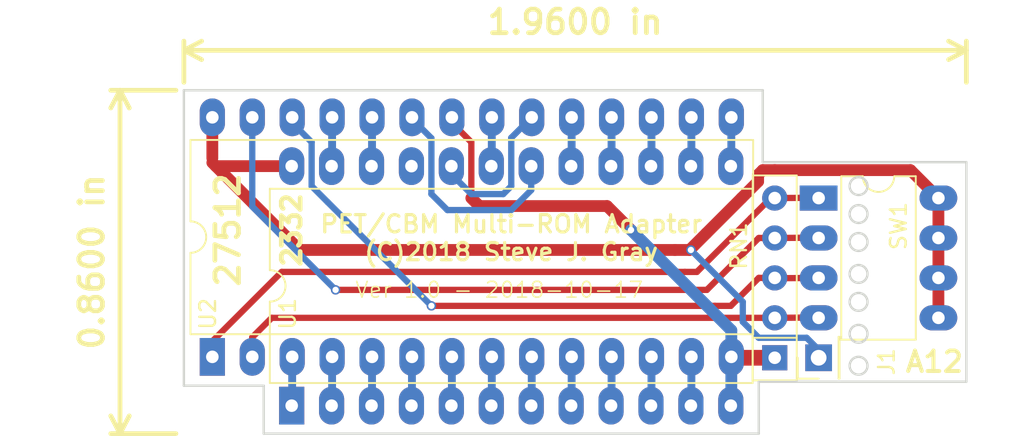
<source format=kicad_pcb>
(kicad_pcb (version 20171130) (host pcbnew "(5.0.0)")

  (general
    (thickness 1.6)
    (drawings 24)
    (tracks 126)
    (zones 0)
    (modules 5)
    (nets 28)
  )

  (page A4)
  (layers
    (0 F.Cu signal)
    (31 B.Cu signal)
    (32 B.Adhes user)
    (33 F.Adhes user)
    (34 B.Paste user)
    (35 F.Paste user)
    (36 B.SilkS user)
    (37 F.SilkS user)
    (38 B.Mask user)
    (39 F.Mask user)
    (40 Dwgs.User user)
    (41 Cmts.User user)
    (42 Eco1.User user)
    (43 Eco2.User user)
    (44 Edge.Cuts user)
    (45 Margin user)
    (46 B.CrtYd user)
    (47 F.CrtYd user)
    (48 B.Fab user)
    (49 F.Fab user)
  )

  (setup
    (last_trace_width 0.75)
    (user_trace_width 0.3)
    (user_trace_width 0.4)
    (user_trace_width 0.5)
    (user_trace_width 0.75)
    (user_trace_width 1)
    (trace_clearance 0.2)
    (zone_clearance 0.508)
    (zone_45_only no)
    (trace_min 0.2)
    (segment_width 0.2)
    (edge_width 0.15)
    (via_size 0.6)
    (via_drill 0.4)
    (via_min_size 0.4)
    (via_min_drill 0.3)
    (uvia_size 0.3)
    (uvia_drill 0.1)
    (uvias_allowed no)
    (uvia_min_size 0.2)
    (uvia_min_drill 0.1)
    (pcb_text_width 0.3)
    (pcb_text_size 1.5 1.5)
    (mod_edge_width 0.15)
    (mod_text_size 1 1)
    (mod_text_width 0.15)
    (pad_size 1.524 1.524)
    (pad_drill 0.762)
    (pad_to_mask_clearance 0.2)
    (aux_axis_origin 0 0)
    (visible_elements 7FFDFFBF)
    (pcbplotparams
      (layerselection 0x010e0_ffffffff)
      (usegerberextensions false)
      (usegerberattributes false)
      (usegerberadvancedattributes false)
      (creategerberjobfile false)
      (excludeedgelayer true)
      (linewidth 0.100000)
      (plotframeref false)
      (viasonmask false)
      (mode 1)
      (useauxorigin false)
      (hpglpennumber 1)
      (hpglpenspeed 20)
      (hpglpendiameter 15.000000)
      (psnegative false)
      (psa4output false)
      (plotreference true)
      (plotvalue true)
      (plotinvisibletext false)
      (padsonsilk false)
      (subtractmaskfromsilk false)
      (outputformat 1)
      (mirror false)
      (drillshape 0)
      (scaleselection 1)
      (outputdirectory "Gerbers/"))
  )

  (net 0 "")
  (net 1 ~CS)
  (net 2 5V)
  (net 3 A13)
  (net 4 A12)
  (net 5 A15)
  (net 6 A14)
  (net 7 GND)
  (net 8 A7)
  (net 9 D3)
  (net 10 A6)
  (net 11 D4)
  (net 12 A5)
  (net 13 D5)
  (net 14 A4)
  (net 15 D6)
  (net 16 A3)
  (net 17 D7)
  (net 18 A2)
  (net 19 A11)
  (net 20 A1)
  (net 21 A10)
  (net 22 A0)
  (net 23 D0)
  (net 24 D1)
  (net 25 A9)
  (net 26 D2)
  (net 27 A8)

  (net_class Default "This is the default net class."
    (clearance 0.2)
    (trace_width 0.25)
    (via_dia 0.6)
    (via_drill 0.4)
    (uvia_dia 0.3)
    (uvia_drill 0.1)
    (add_net 5V)
    (add_net A0)
    (add_net A1)
    (add_net A10)
    (add_net A11)
    (add_net A12)
    (add_net A13)
    (add_net A14)
    (add_net A15)
    (add_net A2)
    (add_net A3)
    (add_net A4)
    (add_net A5)
    (add_net A6)
    (add_net A7)
    (add_net A8)
    (add_net A9)
    (add_net D0)
    (add_net D1)
    (add_net D2)
    (add_net D3)
    (add_net D4)
    (add_net D5)
    (add_net D6)
    (add_net D7)
    (add_net GND)
    (add_net ~CS)
  )

  (module Housings_DIP:DIP-8_W7.62mm_LongPads (layer F.Cu) (tedit 5BC74C13) (tstamp 594BF925)
    (at 153.162 85.09)
    (descr "8-lead dip package, row spacing 7.62 mm (300 mils), LongPads")
    (tags "DIL DIP PDIP 2.54mm 7.62mm 300mil LongPads")
    (path /594BDA68)
    (fp_text reference SW1 (at 5.08 1.778 270) (layer F.SilkS)
      (effects (font (size 1 1) (thickness 0.15)))
    )
    (fp_text value SW_DIP_4 (at 3.81 10.01) (layer F.Fab)
      (effects (font (size 1 1) (thickness 0.15)))
    )
    (fp_text user %R (at 11.43 7.62) (layer F.Fab)
      (effects (font (size 1 1) (thickness 0.15)))
    )
    (fp_line (start 1.635 -1.27) (end 6.985 -1.27) (layer F.Fab) (width 0.1))
    (fp_line (start 6.985 -1.27) (end 6.985 8.89) (layer F.Fab) (width 0.1))
    (fp_line (start 6.985 8.89) (end 0.635 8.89) (layer F.Fab) (width 0.1))
    (fp_line (start 0.635 8.89) (end 0.635 -0.27) (layer F.Fab) (width 0.1))
    (fp_line (start 0.635 -0.27) (end 1.635 -1.27) (layer F.Fab) (width 0.1))
    (fp_line (start 2.81 -1.39) (end 1.44 -1.39) (layer F.SilkS) (width 0.12))
    (fp_line (start 1.44 -1.39) (end 1.44 9.01) (layer F.SilkS) (width 0.12))
    (fp_line (start 1.44 9.01) (end 6.18 9.01) (layer F.SilkS) (width 0.12))
    (fp_line (start 6.18 9.01) (end 6.18 -1.39) (layer F.SilkS) (width 0.12))
    (fp_line (start 6.18 -1.39) (end 4.81 -1.39) (layer F.SilkS) (width 0.12))
    (fp_line (start -1.5 -1.6) (end -1.5 9.2) (layer F.CrtYd) (width 0.05))
    (fp_line (start -1.5 9.2) (end 9.1 9.2) (layer F.CrtYd) (width 0.05))
    (fp_line (start 9.1 9.2) (end 9.1 -1.6) (layer F.CrtYd) (width 0.05))
    (fp_line (start 9.1 -1.6) (end -1.5 -1.6) (layer F.CrtYd) (width 0.05))
    (fp_arc (start 3.81 -1.39) (end 2.81 -1.39) (angle -180) (layer F.SilkS) (width 0.12))
    (pad 1 thru_hole rect (at 0 0) (size 2.4 1.6) (drill 0.8) (layers *.Cu *.Mask)
      (net 5 A15))
    (pad 5 thru_hole oval (at 7.62 7.62) (size 2.4 1.6) (drill 0.8) (layers *.Cu *.Mask)
      (net 2 5V))
    (pad 2 thru_hole oval (at 0 2.54) (size 2.4 1.6) (drill 0.8) (layers *.Cu *.Mask)
      (net 6 A14))
    (pad 6 thru_hole oval (at 7.62 5.08) (size 2.4 1.6) (drill 0.8) (layers *.Cu *.Mask)
      (net 2 5V))
    (pad 3 thru_hole oval (at 0 5.08) (size 2.4 1.6) (drill 0.8) (layers *.Cu *.Mask)
      (net 3 A13))
    (pad 7 thru_hole oval (at 7.62 2.54) (size 2.4 1.6) (drill 0.8) (layers *.Cu *.Mask)
      (net 2 5V))
    (pad 4 thru_hole oval (at 0 7.62) (size 2.4 1.6) (drill 0.8) (layers *.Cu *.Mask)
      (net 4 A12))
    (pad 8 thru_hole oval (at 7.62 0) (size 2.4 1.6) (drill 0.8) (layers *.Cu *.Mask)
      (net 2 5V))
    (model ${KISYS3DMOD}/Housings_DIP.3dshapes/DIP-8_W7.62mm_LongPads.wrl
      (at (xyz 0 0 0))
      (scale (xyz 1 1 1))
      (rotate (xyz 0 0 0))
    )
  )

  (module Housings_DIP:DIP-24_W15.24mm_LongPads (layer F.Cu) (tedit 5BC6A333) (tstamp 594BF941)
    (at 119.634 98.298 90)
    (descr "24-lead dip package, row spacing 15.24 mm (600 mils), LongPads")
    (tags "DIL DIP PDIP 2.54mm 15.24mm 600mil LongPads")
    (path /594BD2E4)
    (fp_text reference U1 (at 5.842 -0.254 90) (layer F.SilkS)
      (effects (font (size 1 1) (thickness 0.15)))
    )
    (fp_text value 2332 (at 9.2 1.1 90) (layer F.Fab)
      (effects (font (size 1 1) (thickness 0.15)))
    )
    (fp_text user %R (at -0.6 -2.65 90) (layer F.Fab)
      (effects (font (size 1 1) (thickness 0.15)))
    )
    (fp_line (start 1.255 -1.27) (end 14.985 -1.27) (layer F.Fab) (width 0.1))
    (fp_line (start 14.985 -1.27) (end 14.985 29.21) (layer F.Fab) (width 0.1))
    (fp_line (start 14.985 29.21) (end 0.255 29.21) (layer F.Fab) (width 0.1))
    (fp_line (start 0.255 29.21) (end 0.255 -0.27) (layer F.Fab) (width 0.1))
    (fp_line (start 0.255 -0.27) (end 1.255 -1.27) (layer F.Fab) (width 0.1))
    (fp_line (start 6.62 -1.39) (end 1.44 -1.39) (layer F.SilkS) (width 0.12))
    (fp_line (start 1.44 -1.39) (end 1.44 29.33) (layer F.SilkS) (width 0.12))
    (fp_line (start 1.44 29.33) (end 13.8 29.33) (layer F.SilkS) (width 0.12))
    (fp_line (start 13.8 29.33) (end 13.8 -1.39) (layer F.SilkS) (width 0.12))
    (fp_line (start 13.8 -1.39) (end 8.62 -1.39) (layer F.SilkS) (width 0.12))
    (fp_line (start -1.5 -1.6) (end -1.5 29.5) (layer F.CrtYd) (width 0.05))
    (fp_line (start -1.5 29.5) (end 16.7 29.5) (layer F.CrtYd) (width 0.05))
    (fp_line (start 16.7 29.5) (end 16.7 -1.6) (layer F.CrtYd) (width 0.05))
    (fp_line (start 16.7 -1.6) (end -1.5 -1.6) (layer F.CrtYd) (width 0.05))
    (fp_arc (start 7.62 -1.39) (end 6.62 -1.39) (angle -180) (layer F.SilkS) (width 0.12))
    (pad 1 thru_hole rect (at 0 0 90) (size 2.4 1.6) (drill 0.8) (layers *.Cu *.Mask)
      (net 8 A7))
    (pad 13 thru_hole oval (at 15.24 27.94 90) (size 2.4 1.6) (drill 0.8) (layers *.Cu *.Mask)
      (net 9 D3))
    (pad 2 thru_hole oval (at 0 2.54 90) (size 2.4 1.6) (drill 0.8) (layers *.Cu *.Mask)
      (net 10 A6))
    (pad 14 thru_hole oval (at 15.24 25.4 90) (size 2.4 1.6) (drill 0.8) (layers *.Cu *.Mask)
      (net 11 D4))
    (pad 3 thru_hole oval (at 0 5.08 90) (size 2.4 1.6) (drill 0.8) (layers *.Cu *.Mask)
      (net 12 A5))
    (pad 15 thru_hole oval (at 15.24 22.86 90) (size 2.4 1.6) (drill 0.8) (layers *.Cu *.Mask)
      (net 13 D5))
    (pad 4 thru_hole oval (at 0 7.62 90) (size 2.4 1.6) (drill 0.8) (layers *.Cu *.Mask)
      (net 14 A4))
    (pad 16 thru_hole oval (at 15.24 20.32 90) (size 2.4 1.6) (drill 0.8) (layers *.Cu *.Mask)
      (net 15 D6))
    (pad 5 thru_hole oval (at 0 10.16 90) (size 2.4 1.6) (drill 0.8) (layers *.Cu *.Mask)
      (net 16 A3))
    (pad 17 thru_hole oval (at 15.24 17.78 90) (size 2.4 1.6) (drill 0.8) (layers *.Cu *.Mask)
      (net 17 D7))
    (pad 6 thru_hole oval (at 0 12.7 90) (size 2.4 1.6) (drill 0.8) (layers *.Cu *.Mask)
      (net 18 A2))
    (pad 18 thru_hole oval (at 15.24 15.24 90) (size 2.4 1.6) (drill 0.8) (layers *.Cu *.Mask)
      (net 19 A11))
    (pad 7 thru_hole oval (at 0 15.24 90) (size 2.4 1.6) (drill 0.8) (layers *.Cu *.Mask)
      (net 20 A1))
    (pad 19 thru_hole oval (at 15.24 12.7 90) (size 2.4 1.6) (drill 0.8) (layers *.Cu *.Mask)
      (net 21 A10))
    (pad 8 thru_hole oval (at 0 17.78 90) (size 2.4 1.6) (drill 0.8) (layers *.Cu *.Mask)
      (net 22 A0))
    (pad 20 thru_hole oval (at 15.24 10.16 90) (size 2.4 1.6) (drill 0.8) (layers *.Cu *.Mask)
      (net 1 ~CS))
    (pad 9 thru_hole oval (at 0 20.32 90) (size 2.4 1.6) (drill 0.8) (layers *.Cu *.Mask)
      (net 23 D0))
    (pad 21 thru_hole oval (at 15.24 7.62 90) (size 2.4 1.6) (drill 0.8) (layers *.Cu *.Mask))
    (pad 10 thru_hole oval (at 0 22.86 90) (size 2.4 1.6) (drill 0.8) (layers *.Cu *.Mask)
      (net 24 D1))
    (pad 22 thru_hole oval (at 15.24 5.08 90) (size 2.4 1.6) (drill 0.8) (layers *.Cu *.Mask)
      (net 25 A9))
    (pad 11 thru_hole oval (at 0 25.4 90) (size 2.4 1.6) (drill 0.8) (layers *.Cu *.Mask)
      (net 26 D2))
    (pad 23 thru_hole oval (at 15.24 2.54 90) (size 2.4 1.6) (drill 0.8) (layers *.Cu *.Mask)
      (net 27 A8))
    (pad 12 thru_hole oval (at 0 27.94 90) (size 2.4 1.6) (drill 0.8) (layers *.Cu *.Mask)
      (net 7 GND))
    (pad 24 thru_hole oval (at 15.24 0 90) (size 2.4 1.6) (drill 0.8) (layers *.Cu *.Mask)
      (net 2 5V))
    (model ${KISYS3DMOD}/Housings_DIP.3dshapes/DIP-24_W15.24mm_LongPads.wrl
      (at (xyz 0 0 0))
      (scale (xyz 1 1 1))
      (rotate (xyz 0 0 0))
    )
  )

  (module Housings_DIP:DIP-28_W15.24mm_LongPads (layer F.Cu) (tedit 5BC65B0A) (tstamp 594BF961)
    (at 114.58575 95.19285 90)
    (descr "28-lead dip package, row spacing 15.24 mm (600 mils), LongPads")
    (tags "DIL DIP PDIP 2.54mm 15.24mm 600mil LongPads")
    (path /594BD33F)
    (fp_text reference U2 (at 2.73685 -0.28575 90) (layer F.SilkS)
      (effects (font (size 1 1) (thickness 0.15)))
    )
    (fp_text value 27512 (at 7.1489 0.0964 90) (layer F.Fab)
      (effects (font (size 1 1) (thickness 0.15)))
    )
    (fp_text user %R (at -2.5781 0.0254 90) (layer F.Fab)
      (effects (font (size 1 1) (thickness 0.15)))
    )
    (fp_line (start 1.255 -1.27) (end 14.985 -1.27) (layer F.Fab) (width 0.1))
    (fp_line (start 14.985 -1.27) (end 14.985 34.29) (layer F.Fab) (width 0.1))
    (fp_line (start 14.985 34.29) (end 0.255 34.29) (layer F.Fab) (width 0.1))
    (fp_line (start 0.255 34.29) (end 0.255 -0.27) (layer F.Fab) (width 0.1))
    (fp_line (start 0.255 -0.27) (end 1.255 -1.27) (layer F.Fab) (width 0.1))
    (fp_line (start 6.62 -1.39) (end 1.44 -1.39) (layer F.SilkS) (width 0.12))
    (fp_line (start 1.44 -1.39) (end 1.44 34.41) (layer F.SilkS) (width 0.12))
    (fp_line (start 1.44 34.41) (end 13.8 34.41) (layer F.SilkS) (width 0.12))
    (fp_line (start 13.8 34.41) (end 13.8 -1.39) (layer F.SilkS) (width 0.12))
    (fp_line (start 13.8 -1.39) (end 8.62 -1.39) (layer F.SilkS) (width 0.12))
    (fp_line (start -1.5 -1.6) (end -1.5 34.6) (layer F.CrtYd) (width 0.05))
    (fp_line (start -1.5 34.6) (end 16.7 34.6) (layer F.CrtYd) (width 0.05))
    (fp_line (start 16.7 34.6) (end 16.7 -1.6) (layer F.CrtYd) (width 0.05))
    (fp_line (start 16.7 -1.6) (end -1.5 -1.6) (layer F.CrtYd) (width 0.05))
    (fp_arc (start 7.62 -1.39) (end 6.62 -1.39) (angle -180) (layer F.SilkS) (width 0.12))
    (pad 1 thru_hole rect (at 0 0 90) (size 2.4 1.6) (drill 0.8) (layers *.Cu *.Mask)
      (net 5 A15))
    (pad 15 thru_hole oval (at 15.24 33.02 90) (size 2.4 1.6) (drill 0.8) (layers *.Cu *.Mask)
      (net 9 D3))
    (pad 2 thru_hole oval (at 0 2.54 90) (size 2.4 1.6) (drill 0.8) (layers *.Cu *.Mask)
      (net 4 A12))
    (pad 16 thru_hole oval (at 15.24 30.48 90) (size 2.4 1.6) (drill 0.8) (layers *.Cu *.Mask)
      (net 11 D4))
    (pad 3 thru_hole oval (at 0 5.08 90) (size 2.4 1.6) (drill 0.8) (layers *.Cu *.Mask)
      (net 8 A7))
    (pad 17 thru_hole oval (at 15.24 27.94 90) (size 2.4 1.6) (drill 0.8) (layers *.Cu *.Mask)
      (net 13 D5))
    (pad 4 thru_hole oval (at 0 7.62 90) (size 2.4 1.6) (drill 0.8) (layers *.Cu *.Mask)
      (net 10 A6))
    (pad 18 thru_hole oval (at 15.24 25.4 90) (size 2.4 1.6) (drill 0.8) (layers *.Cu *.Mask)
      (net 15 D6))
    (pad 5 thru_hole oval (at 0 10.16 90) (size 2.4 1.6) (drill 0.8) (layers *.Cu *.Mask)
      (net 12 A5))
    (pad 19 thru_hole oval (at 15.24 22.86 90) (size 2.4 1.6) (drill 0.8) (layers *.Cu *.Mask)
      (net 17 D7))
    (pad 6 thru_hole oval (at 0 12.7 90) (size 2.4 1.6) (drill 0.8) (layers *.Cu *.Mask)
      (net 14 A4))
    (pad 20 thru_hole oval (at 15.24 20.32 90) (size 2.4 1.6) (drill 0.8) (layers *.Cu *.Mask)
      (net 1 ~CS))
    (pad 7 thru_hole oval (at 0 15.24 90) (size 2.4 1.6) (drill 0.8) (layers *.Cu *.Mask)
      (net 16 A3))
    (pad 21 thru_hole oval (at 15.24 17.78 90) (size 2.4 1.6) (drill 0.8) (layers *.Cu *.Mask)
      (net 21 A10))
    (pad 8 thru_hole oval (at 0 17.78 90) (size 2.4 1.6) (drill 0.8) (layers *.Cu *.Mask)
      (net 18 A2))
    (pad 22 thru_hole oval (at 15.24 15.24 90) (size 2.4 1.6) (drill 0.8) (layers *.Cu *.Mask)
      (net 7 GND))
    (pad 9 thru_hole oval (at 0 20.32 90) (size 2.4 1.6) (drill 0.8) (layers *.Cu *.Mask)
      (net 20 A1))
    (pad 23 thru_hole oval (at 15.24 12.7 90) (size 2.4 1.6) (drill 0.8) (layers *.Cu *.Mask)
      (net 19 A11))
    (pad 10 thru_hole oval (at 0 22.86 90) (size 2.4 1.6) (drill 0.8) (layers *.Cu *.Mask)
      (net 22 A0))
    (pad 24 thru_hole oval (at 15.24 10.16 90) (size 2.4 1.6) (drill 0.8) (layers *.Cu *.Mask)
      (net 25 A9))
    (pad 11 thru_hole oval (at 0 25.4 90) (size 2.4 1.6) (drill 0.8) (layers *.Cu *.Mask)
      (net 23 D0))
    (pad 25 thru_hole oval (at 15.24 7.62 90) (size 2.4 1.6) (drill 0.8) (layers *.Cu *.Mask)
      (net 27 A8))
    (pad 12 thru_hole oval (at 0 27.94 90) (size 2.4 1.6) (drill 0.8) (layers *.Cu *.Mask)
      (net 24 D1))
    (pad 26 thru_hole oval (at 15.24 5.08 90) (size 2.4 1.6) (drill 0.8) (layers *.Cu *.Mask)
      (net 3 A13))
    (pad 13 thru_hole oval (at 0 30.48 90) (size 2.4 1.6) (drill 0.8) (layers *.Cu *.Mask)
      (net 26 D2))
    (pad 27 thru_hole oval (at 15.24 2.54 90) (size 2.4 1.6) (drill 0.8) (layers *.Cu *.Mask)
      (net 6 A14))
    (pad 14 thru_hole oval (at 0 33.02 90) (size 2.4 1.6) (drill 0.8) (layers *.Cu *.Mask)
      (net 7 GND))
    (pad 28 thru_hole oval (at 15.24 0 90) (size 2.4 1.6) (drill 0.8) (layers *.Cu *.Mask)
      (net 2 5V))
    (model ${KISYS3DMOD}/Housings_DIP.3dshapes/DIP-28_W15.24mm_LongPads.wrl
      (at (xyz 0 0 0))
      (scale (xyz 1 1 1))
      (rotate (xyz 0 0 0))
    )
  )

  (module Connector_PinHeader_2.54mm:PinHeader_1x01_P2.54mm_Vertical (layer F.Cu) (tedit 5BC74C4A) (tstamp 5BD24FBA)
    (at 153.162 95.25 90)
    (descr "Through hole straight pin header, 1x01, 2.54mm pitch, single row")
    (tags "Through hole pin header THT 1x01 2.54mm single row")
    (path /5BC62A87)
    (fp_text reference J1 (at -0.254 4.318 90) (layer F.SilkS)
      (effects (font (size 1 1) (thickness 0.15)))
    )
    (fp_text value Conn_01x01 (at 0 2.33 90) (layer F.Fab)
      (effects (font (size 1 1) (thickness 0.15)))
    )
    (fp_line (start -0.635 -1.27) (end 1.27 -1.27) (layer F.Fab) (width 0.1))
    (fp_line (start 1.27 -1.27) (end 1.27 1.27) (layer F.Fab) (width 0.1))
    (fp_line (start 1.27 1.27) (end -1.27 1.27) (layer F.Fab) (width 0.1))
    (fp_line (start -1.27 1.27) (end -1.27 -0.635) (layer F.Fab) (width 0.1))
    (fp_line (start -1.27 -0.635) (end -0.635 -1.27) (layer F.Fab) (width 0.1))
    (fp_line (start -1.33 1.33) (end 1.33 1.33) (layer F.SilkS) (width 0.12))
    (fp_line (start -1.33 1.27) (end -1.33 1.33) (layer F.SilkS) (width 0.12))
    (fp_line (start 1.33 1.27) (end 1.33 1.33) (layer F.SilkS) (width 0.12))
    (fp_line (start -1.33 1.27) (end 1.33 1.27) (layer F.SilkS) (width 0.12))
    (fp_line (start -1.33 0) (end -1.33 -1.33) (layer F.SilkS) (width 0.12))
    (fp_line (start -1.33 -1.33) (end 0 -1.33) (layer F.SilkS) (width 0.12))
    (fp_line (start -1.8 -1.8) (end -1.8 1.8) (layer F.CrtYd) (width 0.05))
    (fp_line (start -1.8 1.8) (end 1.8 1.8) (layer F.CrtYd) (width 0.05))
    (fp_line (start 1.8 1.8) (end 1.8 -1.8) (layer F.CrtYd) (width 0.05))
    (fp_line (start 1.8 -1.8) (end -1.8 -1.8) (layer F.CrtYd) (width 0.05))
    (fp_text user %R (at -3.302 0.254 180) (layer F.Fab)
      (effects (font (size 1 1) (thickness 0.15)))
    )
    (pad 1 thru_hole rect (at 0 0 90) (size 1.7 1.7) (drill 1) (layers *.Cu *.Mask)
      (net 2 5V))
    (model ${KISYS3DMOD}/Connector_PinHeader_2.54mm.3dshapes/PinHeader_1x01_P2.54mm_Vertical.wrl
      (at (xyz 0 0 0))
      (scale (xyz 1 1 1))
      (rotate (xyz 0 0 0))
    )
  )

  (module Resistor_THT:R_Array_SIP5 (layer F.Cu) (tedit 5BC69EC9) (tstamp 5BD24FD2)
    (at 150.368 95.25 90)
    (descr "5-pin Resistor SIP pack")
    (tags R)
    (path /5BC605C5)
    (fp_text reference RN1 (at 7.112 -2.286 90) (layer F.SilkS)
      (effects (font (size 1 1) (thickness 0.15)))
    )
    (fp_text value R_Network04 (at 6.35 2.4 90) (layer F.Fab)
      (effects (font (size 1 1) (thickness 0.15)))
    )
    (fp_text user %R (at 7.112 -2.286 90) (layer F.Fab)
      (effects (font (size 1 1) (thickness 0.15)))
    )
    (fp_line (start -1.29 -1.25) (end -1.29 1.25) (layer F.Fab) (width 0.1))
    (fp_line (start -1.29 1.25) (end 11.45 1.25) (layer F.Fab) (width 0.1))
    (fp_line (start 11.45 1.25) (end 11.45 -1.25) (layer F.Fab) (width 0.1))
    (fp_line (start 11.45 -1.25) (end -1.29 -1.25) (layer F.Fab) (width 0.1))
    (fp_line (start 1.27 -1.25) (end 1.27 1.25) (layer F.Fab) (width 0.1))
    (fp_line (start -1.44 -1.4) (end -1.44 1.4) (layer F.SilkS) (width 0.12))
    (fp_line (start -1.44 1.4) (end 11.6 1.4) (layer F.SilkS) (width 0.12))
    (fp_line (start 11.6 1.4) (end 11.6 -1.4) (layer F.SilkS) (width 0.12))
    (fp_line (start 11.6 -1.4) (end -1.44 -1.4) (layer F.SilkS) (width 0.12))
    (fp_line (start 1.27 -1.4) (end 1.27 1.4) (layer F.SilkS) (width 0.12))
    (fp_line (start -1.7 -1.65) (end -1.7 1.65) (layer F.CrtYd) (width 0.05))
    (fp_line (start -1.7 1.65) (end 11.9 1.65) (layer F.CrtYd) (width 0.05))
    (fp_line (start 11.9 1.65) (end 11.9 -1.65) (layer F.CrtYd) (width 0.05))
    (fp_line (start 11.9 -1.65) (end -1.7 -1.65) (layer F.CrtYd) (width 0.05))
    (pad 1 thru_hole rect (at 0 0 90) (size 1.6 1.6) (drill 0.8) (layers *.Cu *.Mask)
      (net 7 GND))
    (pad 2 thru_hole oval (at 2.54 0 90) (size 1.6 1.6) (drill 0.8) (layers *.Cu *.Mask)
      (net 4 A12))
    (pad 3 thru_hole oval (at 5.08 0 90) (size 1.6 1.6) (drill 0.8) (layers *.Cu *.Mask)
      (net 3 A13))
    (pad 4 thru_hole oval (at 7.62 0 90) (size 1.6 1.6) (drill 0.8) (layers *.Cu *.Mask)
      (net 6 A14))
    (pad 5 thru_hole oval (at 10.16 0 90) (size 1.6 1.6) (drill 0.8) (layers *.Cu *.Mask)
      (net 5 A15))
    (model ${KISYS3DMOD}/Resistor_THT.3dshapes/R_Array_SIP5.wrl
      (at (xyz 0 0 0))
      (scale (xyz 1 1 1))
      (rotate (xyz 0 0 0))
    )
  )

  (gr_text A12 (at 160.528 95.504) (layer F.SilkS) (tstamp 5BC74E90)
    (effects (font (size 1.3 1.3) (thickness 0.25)))
  )
  (gr_circle (center 155.702 95.758) (end 156.21 96.012) (layer Edge.Cuts) (width 0.15))
  (gr_circle (center 155.702 93.726) (end 156.21 93.98) (layer Edge.Cuts) (width 0.15))
  (gr_circle (center 155.702 84.328) (end 156.21 84.582) (layer Edge.Cuts) (width 0.15))
  (gr_circle (center 155.702 91.694) (end 155.956 92.202) (layer Edge.Cuts) (width 0.15))
  (gr_circle (center 155.702 89.916) (end 156.21 90.17) (layer Edge.Cuts) (width 0.15))
  (gr_circle (center 155.702 87.884) (end 156.21 88.138) (layer Edge.Cuts) (width 0.15))
  (gr_circle (center 155.702 86.106) (end 156.21 86.36) (layer Edge.Cuts) (width 0.15))
  (dimension 21.844 (width 0.3) (layer F.SilkS)
    (gr_text "21.844 mm" (at 106.612 89.154 270) (layer F.SilkS)
      (effects (font (size 1.5 1.5) (thickness 0.3)))
    )
    (feature1 (pts (xy 112.268 100.076) (xy 108.125579 100.076)))
    (feature2 (pts (xy 112.268 78.232) (xy 108.125579 78.232)))
    (crossbar (pts (xy 108.712 78.232) (xy 108.712 100.076)))
    (arrow1a (pts (xy 108.712 100.076) (xy 108.125579 98.949496)))
    (arrow1b (pts (xy 108.712 100.076) (xy 109.298421 98.949496)))
    (arrow2a (pts (xy 108.712 78.232) (xy 108.125579 79.358504)))
    (arrow2b (pts (xy 108.712 78.232) (xy 109.298421 79.358504)))
  )
  (dimension 49.784 (width 0.3) (layer F.SilkS)
    (gr_text "49.784 mm" (at 137.668 73.592) (layer F.SilkS)
      (effects (font (size 1.5 1.5) (thickness 0.3)))
    )
    (feature1 (pts (xy 162.56 77.724) (xy 162.56 75.105579)))
    (feature2 (pts (xy 112.776 77.724) (xy 112.776 75.105579)))
    (crossbar (pts (xy 112.776 75.692) (xy 162.56 75.692)))
    (arrow1a (pts (xy 162.56 75.692) (xy 161.433496 76.278421)))
    (arrow1b (pts (xy 162.56 75.692) (xy 161.433496 75.105579)))
    (arrow2a (pts (xy 112.776 75.692) (xy 113.902504 76.278421)))
    (arrow2b (pts (xy 112.776 75.692) (xy 113.902504 75.105579)))
  )
  (gr_line (start 162.56 96.774) (end 162.56 82.804) (angle 90) (layer Edge.Cuts) (width 0.15))
  (gr_line (start 149.606 82.804) (end 149.606 78.232) (angle 90) (layer Edge.Cuts) (width 0.15))
  (gr_text 27512 (at 115.57 87.122 90) (layer F.SilkS)
    (effects (font (size 1.5 1.5) (thickness 0.3)))
  )
  (gr_text 2332 (at 119.634 87.122 90) (layer F.SilkS)
    (effects (font (size 1.2 1.2) (thickness 0.3)))
  )
  (gr_line (start 117.856 97.028) (end 112.776 97.028) (angle 90) (layer Edge.Cuts) (width 0.15))
  (gr_line (start 117.856 100.076) (end 117.856 97.028) (angle 90) (layer Edge.Cuts) (width 0.15))
  (gr_line (start 149.352 100.076) (end 117.856 100.076) (angle 90) (layer Edge.Cuts) (width 0.15))
  (gr_line (start 149.352 96.774) (end 149.352 100.076) (angle 90) (layer Edge.Cuts) (width 0.15))
  (gr_line (start 162.56 82.804) (end 149.606 82.804) (angle 90) (layer Edge.Cuts) (width 0.15))
  (gr_line (start 112.776 78.232) (end 112.776 97.028) (angle 90) (layer Edge.Cuts) (width 0.15))
  (gr_line (start 149.606 78.232) (end 112.776 78.232) (angle 90) (layer Edge.Cuts) (width 0.15))
  (gr_line (start 162.56 96.774) (end 149.352 96.774) (angle 90) (layer Edge.Cuts) (width 0.15))
  (gr_text "Ver 1.0 - 2018-10-17" (at 132.842 90.932) (layer F.SilkS)
    (effects (font (size 1 1) (thickness 0.1)))
  )
  (gr_text "PET/CBM Multi-ROM Adapter\n(C)2018 Steve J. Gray" (at 133.604 87.63) (layer F.SilkS)
    (effects (font (size 1.1 1.1) (thickness 0.2)))
  )

  (segment (start 129.794 83.058) (end 129.794 83.566) (width 0.4) (layer B.Cu) (net 1) (status C00000))
  (segment (start 133.604 81.2546) (end 134.90575 79.95285) (width 0.4) (layer B.Cu) (net 1) (tstamp 5BD31F31) (status 800000))
  (segment (start 133.604 84.328) (end 133.604 81.2546) (width 0.4) (layer B.Cu) (net 1) (tstamp 5BD31F30))
  (segment (start 133.096 84.836) (end 133.604 84.328) (width 0.4) (layer B.Cu) (net 1) (tstamp 5BD31F2F))
  (segment (start 131.064 84.836) (end 133.096 84.836) (width 0.4) (layer B.Cu) (net 1) (tstamp 5BD31F2E))
  (segment (start 129.794 83.566) (end 131.064 84.836) (width 0.4) (layer B.Cu) (net 1) (tstamp 5BD31F2D) (status 400000))
  (segment (start 160.782 85.09) (end 160.782 90.17) (width 0.75) (layer F.Cu) (net 2) (tstamp 5BD2F589) (status C00030))
  (segment (start 160.782 90.17) (end 160.782 92.71) (width 0.75) (layer F.Cu) (net 2) (tstamp 5BD2F58A) (status C00030))
  (segment (start 150.368 83.312) (end 159.004 83.312) (width 0.75) (layer F.Cu) (net 2) (tstamp 5BD30A3D))
  (segment (start 149.606 83.312) (end 150.368 83.312) (width 0.75) (layer F.Cu) (net 2) (tstamp 5BD3239B))
  (segment (start 149.311991 83.606009) (end 149.606 83.312) (width 0.75) (layer F.Cu) (net 2) (tstamp 5BD3239A))
  (segment (start 149.311991 84.033991) (end 149.311991 83.606009) (width 0.75) (layer F.Cu) (net 2))
  (segment (start 160.782 85.09) (end 159.004 83.312) (width 0.75) (layer F.Cu) (net 2) (tstamp 5BD30A3E) (status 400000))
  (segment (start 149.311991 84.033991) (end 148.255982 85.09) (width 0.75) (layer F.Cu) (net 2) (tstamp 5BD32392))
  (segment (start 120.142 88.392) (end 144.018 88.392) (width 0.75) (layer F.Cu) (net 2) (tstamp 5BD31F57))
  (segment (start 144.018 88.392) (end 144.953982 88.392) (width 0.75) (layer F.Cu) (net 2))
  (segment (start 120.142 88.392) (end 114.58575 82.83575) (width 0.75) (layer F.Cu) (net 2) (tstamp 5BD31F56))
  (segment (start 114.58575 79.95285) (end 114.58575 82.55) (width 0.75) (layer F.Cu) (net 2) (tstamp 5BD31F50) (status 400000))
  (segment (start 114.58575 82.55) (end 114.58575 82.83575) (width 0.5) (layer F.Cu) (net 2))
  (segment (start 119.634 83.058) (end 114.808 83.058) (width 0.75) (layer F.Cu) (net 2) (status 400000))
  (segment (start 114.808 83.058) (end 114.58575 82.83575) (width 0.5) (layer F.Cu) (net 2) (tstamp 5BD31FE1))
  (segment (start 144.953982 88.392) (end 146.009991 87.335991) (width 0.75) (layer F.Cu) (net 2) (tstamp 5BD323C7))
  (segment (start 146.009991 87.335991) (end 148.255982 85.09) (width 0.75) (layer F.Cu) (net 2) (tstamp 5BD32879))
  (segment (start 153.162 95.25) (end 153.162 94.742) (width 0.4) (layer B.Cu) (net 2) (status C00000))
  (segment (start 148.336 92.964) (end 148.336 91.694) (width 0.4) (layer B.Cu) (net 2) (tstamp 5BD32872))
  (segment (start 149.352 93.98) (end 148.336 92.964) (width 0.4) (layer B.Cu) (net 2) (tstamp 5BD32871))
  (segment (start 152.4 93.98) (end 149.352 93.98) (width 0.4) (layer B.Cu) (net 2) (tstamp 5BD32870))
  (segment (start 153.162 94.742) (end 152.4 93.98) (width 0.4) (layer B.Cu) (net 2) (tstamp 5BD3286F) (status 400000))
  (segment (start 148.336 91.694) (end 145.034 88.392) (width 0.4) (layer B.Cu) (net 2))
  (segment (start 145.034 88.392) (end 144.953982 88.392) (width 0.4) (layer F.Cu) (net 2) (tstamp 5BD328AF))
  (via (at 145.034 88.392) (size 0.6) (drill 0.4) (layers F.Cu B.Cu) (net 2))
  (segment (start 153.162 90.17) (end 150.38832 90.19032) (width 0.4) (layer F.Cu) (net 3) (status C00010))
  (segment (start 150.38832 90.19032) (end 150.37435 90.20429) (width 0.3) (layer F.Cu) (net 3) (tstamp 5BD2F56A) (status C00030))
  (segment (start 119.66575 79.95285) (end 119.66575 80.29575) (width 0.4) (layer B.Cu) (net 3) (status C00000))
  (segment (start 121.92 85.344) (end 120.904 84.328) (width 0.4) (layer B.Cu) (net 3))
  (segment (start 121.92 85.344) (end 128.524 91.948) (width 0.4) (layer B.Cu) (net 3) (tstamp 5BD31FAA))
  (via (at 128.524 91.948) (size 0.6) (drill 0.4) (layers F.Cu B.Cu) (net 3))
  (segment (start 128.524 91.948) (end 146.558 91.948) (width 0.4) (layer F.Cu) (net 3) (tstamp 5BD31FAC))
  (segment (start 120.904 81.534) (end 120.904 84.328) (width 0.4) (layer B.Cu) (net 3))
  (segment (start 119.66575 80.29575) (end 120.904 81.534) (width 0.4) (layer B.Cu) (net 3) (tstamp 5BD31F3C) (status 400000))
  (segment (start 150.368 90.17) (end 149.352 90.17) (width 0.4) (layer F.Cu) (net 3) (status 400000))
  (segment (start 147.574 91.948) (end 146.558 91.948) (width 0.4) (layer F.Cu) (net 3) (tstamp 5BD323B5))
  (segment (start 149.352 90.17) (end 147.574 91.948) (width 0.4) (layer F.Cu) (net 3) (tstamp 5BD323B4))
  (segment (start 150.368 92.71) (end 153.14168 92.68968) (width 0.4) (layer F.Cu) (net 4) (status C00020))
  (segment (start 153.14168 92.68968) (end 153.162 92.71) (width 0.3) (layer F.Cu) (net 4) (tstamp 5BD2F6F8) (status C00030))
  (segment (start 117.12575 95.19285) (end 117.12575 93.94825) (width 0.4) (layer F.Cu) (net 4) (status 400000))
  (segment (start 118.364 92.71) (end 150.368 92.71) (width 0.4) (layer F.Cu) (net 4) (tstamp 5BD31FA4) (status 800000))
  (segment (start 117.12575 93.94825) (end 118.364 92.71) (width 0.4) (layer F.Cu) (net 4) (tstamp 5BD31FA3))
  (segment (start 150.368 85.09) (end 153.14168 85.06968) (width 0.4) (layer F.Cu) (net 5) (status C00020))
  (segment (start 153.14168 85.06968) (end 153.162 85.09) (width 0.3) (layer F.Cu) (net 5) (tstamp 5BD2F6F1) (status C00030))
  (segment (start 144.653 89.789) (end 118.999 89.789) (width 0.4) (layer F.Cu) (net 5))
  (segment (start 114.58575 95.19285) (end 114.58575 94.20225) (width 0.4) (layer F.Cu) (net 5) (status C00000))
  (segment (start 114.58575 94.20225) (end 118.999 89.789) (width 0.4) (layer F.Cu) (net 5) (tstamp 5BD31FC9) (status 400000))
  (segment (start 150.368 85.09) (end 150.114 85.09) (width 0.4) (layer F.Cu) (net 5) (status C00000))
  (segment (start 150.114 85.09) (end 148.844 86.36) (width 0.4) (layer F.Cu) (net 5) (tstamp 5BD323A8) (status 400000))
  (segment (start 144.653 89.789) (end 145.415 89.789) (width 0.4) (layer F.Cu) (net 5))
  (segment (start 145.415 89.789) (end 148.844 86.36) (width 0.4) (layer F.Cu) (net 5) (tstamp 5BD323C4))
  (segment (start 150.368 87.63) (end 153.14168 87.60968) (width 0.4) (layer F.Cu) (net 6) (status C00020))
  (segment (start 153.14168 87.60968) (end 153.162 87.63) (width 0.3) (layer F.Cu) (net 6) (tstamp 5BD2F6F5) (status C00030))
  (segment (start 145.034 90.932) (end 125.222 90.932) (width 0.4) (layer F.Cu) (net 6) (tstamp 5BD31F97))
  (segment (start 117.12575 79.95285) (end 117.12575 85.62975) (width 0.4) (layer B.Cu) (net 6) (status 400000))
  (segment (start 122.428 90.932) (end 125.222 90.932) (width 0.4) (layer F.Cu) (net 6) (tstamp 5BD321A3))
  (via (at 122.428 90.932) (size 0.6) (drill 0.4) (layers F.Cu B.Cu) (net 6))
  (segment (start 117.12575 85.62975) (end 122.428 90.932) (width 0.4) (layer B.Cu) (net 6) (tstamp 5BD321A0))
  (segment (start 150.368 87.63) (end 149.352 87.63) (width 0.4) (layer F.Cu) (net 6) (status 400000))
  (segment (start 145.034 90.932) (end 146.05 90.932) (width 0.4) (layer F.Cu) (net 6))
  (segment (start 146.05 90.932) (end 149.352 87.63) (width 0.4) (layer F.Cu) (net 6) (tstamp 5BD323B9))
  (segment (start 150.34514 95.22714) (end 150.368 95.25) (width 0.3) (layer B.Cu) (net 7) (tstamp 5BD2F554) (status C00030))
  (segment (start 147.60575 95.19285) (end 147.60575 98.26625) (width 0.75) (layer B.Cu) (net 7) (status C00000))
  (segment (start 147.60575 98.26625) (end 147.574 98.298) (width 0.5) (layer B.Cu) (net 7) (tstamp 5BD31EF9) (status C00000))
  (segment (start 129.82575 79.95285) (end 129.82575 80.29575) (width 0.4) (layer F.Cu) (net 7) (status C00000))
  (segment (start 131.064 81.534) (end 131.064 85.09) (width 0.4) (layer F.Cu) (net 7) (tstamp 5BD31F5E))
  (segment (start 129.82575 80.29575) (end 131.064 81.534) (width 0.4) (layer F.Cu) (net 7) (tstamp 5BD31F5D) (status 400000))
  (segment (start 150.368 95.25) (end 147.6629 95.25) (width 1) (layer F.Cu) (net 7) (status C00000))
  (segment (start 147.6629 95.25) (end 147.60575 95.19285) (width 0.75) (layer F.Cu) (net 7) (tstamp 5BD325B6) (status C00000))
  (segment (start 147.60575 95.19285) (end 147.60575 93.50375) (width 0.75) (layer B.Cu) (net 7) (status 400000))
  (via (at 141.224 87.122) (size 0.6) (drill 0.4) (layers F.Cu B.Cu) (net 7))
  (segment (start 147.60575 93.50375) (end 141.224 87.122) (width 0.75) (layer B.Cu) (net 7) (tstamp 5BD328A3))
  (segment (start 131.064 85.09) (end 131.572 85.598) (width 0.75) (layer F.Cu) (net 7))
  (segment (start 139.7 85.598) (end 141.224 87.122) (width 0.75) (layer F.Cu) (net 7) (tstamp 5BC74241))
  (segment (start 131.572 85.598) (end 139.7 85.598) (width 0.75) (layer F.Cu) (net 7) (tstamp 5BC7423F))
  (segment (start 119.66575 95.19285) (end 119.66575 98.26625) (width 0.5) (layer B.Cu) (net 8) (status C00000))
  (segment (start 119.66575 98.26625) (end 119.634 98.298) (width 0.5) (layer B.Cu) (net 8) (tstamp 5BD31ECE) (status C00000))
  (segment (start 147.60575 79.95285) (end 147.60575 83.02625) (width 0.5) (layer B.Cu) (net 9) (status C00000))
  (segment (start 147.60575 83.02625) (end 147.574 83.058) (width 0.5) (layer B.Cu) (net 9) (tstamp 5BD31F09) (status C00000))
  (segment (start 122.20575 95.19285) (end 122.20575 98.26625) (width 0.5) (layer B.Cu) (net 10) (status C00000))
  (segment (start 122.20575 98.26625) (end 122.174 98.298) (width 0.5) (layer B.Cu) (net 10) (tstamp 5BD31ED1) (status C00000))
  (segment (start 145.06575 79.95285) (end 145.06575 83.02625) (width 0.5) (layer B.Cu) (net 11) (status C00000))
  (segment (start 145.06575 83.02625) (end 145.034 83.058) (width 0.5) (layer B.Cu) (net 11) (tstamp 5BD31F0C) (status C00000))
  (segment (start 124.74575 95.19285) (end 124.74575 98.26625) (width 0.5) (layer B.Cu) (net 12) (status C00000))
  (segment (start 124.74575 98.26625) (end 124.714 98.298) (width 0.5) (layer B.Cu) (net 12) (tstamp 5BD31ED4) (status C00000))
  (segment (start 142.52575 79.95285) (end 142.52575 83.02625) (width 0.5) (layer B.Cu) (net 13) (status C00000))
  (segment (start 142.52575 83.02625) (end 142.494 83.058) (width 0.5) (layer B.Cu) (net 13) (tstamp 5BD31F0F) (status C00000))
  (segment (start 127.28575 95.19285) (end 127.28575 98.26625) (width 0.5) (layer B.Cu) (net 14) (status C00000))
  (segment (start 127.28575 98.26625) (end 127.254 98.298) (width 0.5) (layer B.Cu) (net 14) (tstamp 5BD31ED7) (status C00000))
  (segment (start 139.98575 79.95285) (end 139.98575 83.02625) (width 0.5) (layer B.Cu) (net 15) (status C00000))
  (segment (start 139.98575 83.02625) (end 139.954 83.058) (width 0.5) (layer B.Cu) (net 15) (tstamp 5BD31F13) (status C00000))
  (segment (start 129.82575 95.19285) (end 129.82575 98.26625) (width 0.5) (layer B.Cu) (net 16) (status C00000))
  (segment (start 129.82575 98.26625) (end 129.794 98.298) (width 0.5) (layer B.Cu) (net 16) (tstamp 5BD31EDA) (status C00000))
  (segment (start 137.44575 79.95285) (end 137.44575 83.02625) (width 0.5) (layer B.Cu) (net 17) (status C00000))
  (segment (start 137.44575 83.02625) (end 137.414 83.058) (width 0.5) (layer B.Cu) (net 17) (tstamp 5BD31F16) (status C00000))
  (segment (start 132.36575 95.19285) (end 132.36575 98.26625) (width 0.5) (layer B.Cu) (net 18) (status C00000))
  (segment (start 132.36575 98.26625) (end 132.334 98.298) (width 0.5) (layer B.Cu) (net 18) (tstamp 5BD31EDD) (status C00000))
  (segment (start 127.28575 79.95285) (end 127.28575 80.04175) (width 0.4) (layer B.Cu) (net 19) (status C00000))
  (segment (start 134.874 84.582) (end 134.874 83.058) (width 0.4) (layer B.Cu) (net 19) (tstamp 5BD31F39) (status 800000))
  (segment (start 133.604 85.852) (end 134.874 84.582) (width 0.4) (layer B.Cu) (net 19) (tstamp 5BD31F38))
  (segment (start 129.54 85.852) (end 133.604 85.852) (width 0.4) (layer B.Cu) (net 19) (tstamp 5BD31F37))
  (segment (start 128.524 84.836) (end 129.54 85.852) (width 0.4) (layer B.Cu) (net 19) (tstamp 5BD31F36))
  (segment (start 128.524 81.28) (end 128.524 84.836) (width 0.4) (layer B.Cu) (net 19) (tstamp 5BD31F35))
  (segment (start 127.28575 80.04175) (end 128.524 81.28) (width 0.4) (layer B.Cu) (net 19) (tstamp 5BD31F34) (status 400000))
  (segment (start 134.90575 95.19285) (end 134.90575 98.26625) (width 0.5) (layer B.Cu) (net 20) (status C00000))
  (segment (start 134.90575 98.26625) (end 134.874 98.298) (width 0.5) (layer B.Cu) (net 20) (tstamp 5BD31EE0) (status C00000))
  (segment (start 132.36575 79.95285) (end 132.36575 83.02625) (width 0.5) (layer B.Cu) (net 21) (status C00000))
  (segment (start 132.36575 83.02625) (end 132.334 83.058) (width 0.5) (layer B.Cu) (net 21) (tstamp 5BD31F22) (status C00000))
  (segment (start 137.44575 95.19285) (end 137.44575 98.26625) (width 0.5) (layer B.Cu) (net 22) (status C00000))
  (segment (start 137.44575 98.26625) (end 137.414 98.298) (width 0.5) (layer B.Cu) (net 22) (tstamp 5BD31EE4) (status C00000))
  (segment (start 139.98575 95.19285) (end 139.98575 98.26625) (width 0.5) (layer B.Cu) (net 23) (status C00000))
  (segment (start 139.98575 98.26625) (end 139.954 98.298) (width 0.5) (layer B.Cu) (net 23) (tstamp 5BD31EF0) (status C00000))
  (segment (start 142.52575 95.19285) (end 142.52575 98.26625) (width 0.5) (layer B.Cu) (net 24) (status C00000))
  (segment (start 142.52575 98.26625) (end 142.494 98.298) (width 0.5) (layer B.Cu) (net 24) (tstamp 5BD31EF3) (status C00000))
  (segment (start 124.74575 79.95285) (end 124.74575 83.02625) (width 0.5) (layer B.Cu) (net 25) (status C00000))
  (segment (start 124.74575 83.02625) (end 124.714 83.058) (width 0.5) (layer B.Cu) (net 25) (tstamp 5BD31F1F) (status C00000))
  (segment (start 145.06575 95.19285) (end 145.06575 98.26625) (width 0.5) (layer B.Cu) (net 26) (status C00000))
  (segment (start 145.06575 98.26625) (end 145.034 98.298) (width 0.5) (layer B.Cu) (net 26) (tstamp 5BD31EF6) (status C00000))
  (segment (start 122.20575 79.95285) (end 122.20575 83.02625) (width 0.5) (layer B.Cu) (net 27) (status C00000))
  (segment (start 122.20575 83.02625) (end 122.174 83.058) (width 0.5) (layer B.Cu) (net 27) (tstamp 5BD31F1C) (status C00000))

)

</source>
